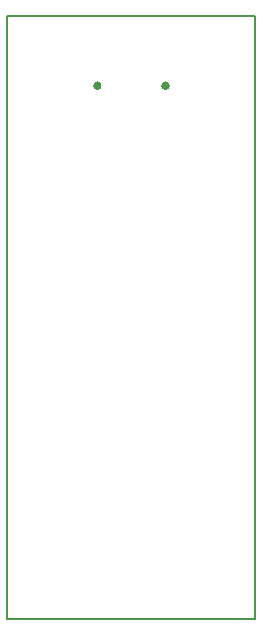
<source format=gbr>
%TF.GenerationSoftware,KiCad,Pcbnew,9.0.0*%
%TF.CreationDate,2025-03-27T00:22:41-04:00*%
%TF.ProjectId,orphkicad,6f727068-6b69-4636-9164-2e6b69636164,rev?*%
%TF.SameCoordinates,Original*%
%TF.FileFunction,Profile,NP*%
%FSLAX46Y46*%
G04 Gerber Fmt 4.6, Leading zero omitted, Abs format (unit mm)*
G04 Created by KiCad (PCBNEW 9.0.0) date 2025-03-27 00:22:41*
%MOMM*%
%LPD*%
G01*
G04 APERTURE LIST*
%TA.AperFunction,Profile*%
%ADD10C,0.200000*%
%TD*%
%TA.AperFunction,Profile*%
%ADD11C,0.000000*%
%TD*%
G04 APERTURE END LIST*
D10*
X70060000Y-30620000D02*
X91060000Y-30620000D01*
X91060000Y-81620000D01*
X70060000Y-81620000D01*
X70060000Y-30620000D01*
D11*
%TA.AperFunction,Profile*%
%TO.C,J1*%
G36*
X77803939Y-36156642D02*
G01*
X77883067Y-36202326D01*
X77947674Y-36266933D01*
X77993358Y-36346061D01*
X78017006Y-36434316D01*
X78017006Y-36525684D01*
X77993358Y-36613939D01*
X77947674Y-36693067D01*
X77883067Y-36757674D01*
X77803939Y-36803358D01*
X77715684Y-36827006D01*
X77624316Y-36827006D01*
X77536061Y-36803358D01*
X77456933Y-36757674D01*
X77392326Y-36693067D01*
X77346642Y-36613939D01*
X77322994Y-36525684D01*
X77322994Y-36434316D01*
X77346642Y-36346061D01*
X77392326Y-36266933D01*
X77456933Y-36202326D01*
X77536061Y-36156642D01*
X77624316Y-36132994D01*
X77715684Y-36132994D01*
X77803939Y-36156642D01*
G37*
%TD.AperFunction*%
%TA.AperFunction,Profile*%
G36*
X83583939Y-36156642D02*
G01*
X83663067Y-36202326D01*
X83727674Y-36266933D01*
X83773358Y-36346061D01*
X83797006Y-36434316D01*
X83797006Y-36525684D01*
X83773358Y-36613939D01*
X83727674Y-36693067D01*
X83663067Y-36757674D01*
X83583939Y-36803358D01*
X83495684Y-36827006D01*
X83404316Y-36827006D01*
X83316061Y-36803358D01*
X83236933Y-36757674D01*
X83172326Y-36693067D01*
X83126642Y-36613939D01*
X83102994Y-36525684D01*
X83102994Y-36434316D01*
X83126642Y-36346061D01*
X83172326Y-36266933D01*
X83236933Y-36202326D01*
X83316061Y-36156642D01*
X83404316Y-36132994D01*
X83495684Y-36132994D01*
X83583939Y-36156642D01*
G37*
%TD.AperFunction*%
%TD*%
M02*

</source>
